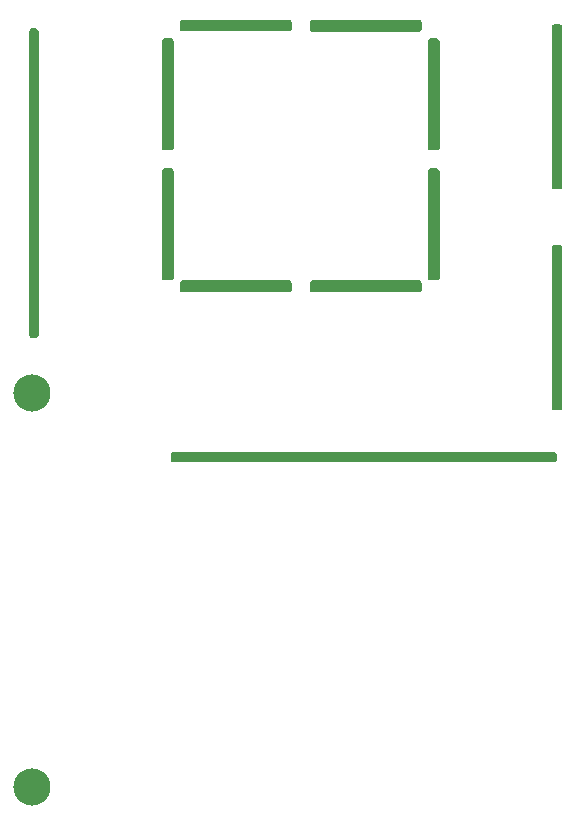
<source format=gbr>
%TF.GenerationSoftware,Altium Limited,Altium Designer,24.2.2 (26)*%
G04 Layer_Color=0*
%FSLAX45Y45*%
%MOMM*%
%TF.SameCoordinates,B61E387C-C652-4A73-A4A4-6DD95E315EF5*%
%TF.FilePolarity,Positive*%
%TF.FileFunction,NonPlated,1,6,NPTH,Drill*%
%TF.Part,Single*%
G01*
G75*
%TA.AperFunction,ComponentDrill*%
%ADD192C,3.15000*%
G36*
X3874600Y9640000D02*
Y12209200D01*
Y12214252D01*
X3878467Y12223588D01*
X3885612Y12230733D01*
X3894948Y12234600D01*
X3900000D01*
D01*
X3929200D01*
X3934252D01*
X3943588Y12230733D01*
X3950733Y12223588D01*
X3954600Y12214252D01*
Y12209200D01*
D01*
Y9640000D01*
Y9634947D01*
X3950733Y9625612D01*
X3943588Y9618467D01*
X3934252Y9614600D01*
X3929200D01*
D01*
X3900000D01*
X3894948D01*
X3885612Y9618467D01*
X3878467Y9625612D01*
X3874600Y9634947D01*
Y9640000D01*
D01*
D02*
G37*
G36*
X8301000Y10895830D02*
Y12244169D01*
Y12249222D01*
X8304867Y12258557D01*
X8312012Y12265702D01*
X8321348Y12269569D01*
X8326400D01*
D01*
X8364600D01*
X8369652D01*
X8378988Y12265702D01*
X8386133Y12258557D01*
X8390000Y12249222D01*
Y12244169D01*
D01*
Y10895830D01*
Y10890778D01*
X8386133Y10881442D01*
X8378988Y10874297D01*
X8369652Y10870430D01*
X8364600D01*
D01*
X8326400D01*
X8321348D01*
X8312012Y10874297D01*
X8304867Y10881442D01*
X8301000Y10890778D01*
Y10895830D01*
D01*
D02*
G37*
G36*
X6250000Y10025400D02*
Y10074600D01*
Y10079652D01*
X6253867Y10088988D01*
X6261012Y10096133D01*
X6270347Y10100000D01*
X6275400D01*
D01*
X7174600D01*
X7179652D01*
X7188988Y10096133D01*
X7196133Y10088988D01*
X7200000Y10079652D01*
Y10074600D01*
D01*
Y10025400D01*
Y10020347D01*
X7196133Y10011012D01*
X7188988Y10003867D01*
X7179652Y10000000D01*
X7174600D01*
D01*
X6275400D01*
X6270347D01*
X6261012Y10003867D01*
X6253867Y10011012D01*
X6250000Y10020347D01*
Y10025400D01*
D01*
D02*
G37*
G36*
X5150000D02*
Y10074600D01*
Y10079652D01*
X5153867Y10088988D01*
X5161012Y10096133D01*
X5170348Y10100000D01*
X5175400D01*
D01*
X6074600D01*
X6079652D01*
X6088988Y10096133D01*
X6096133Y10088988D01*
X6100000Y10079652D01*
Y10074600D01*
D01*
Y10025400D01*
Y10020347D01*
X6096133Y10011012D01*
X6088988Y10003867D01*
X6079652Y10000000D01*
X6074600D01*
D01*
X5175400D01*
X5170348D01*
X5161012Y10003867D01*
X5153867Y10011012D01*
X5150000Y10020347D01*
Y10025400D01*
D01*
D02*
G37*
G36*
X7275400Y10100000D02*
X7270347D01*
X7261012Y10103867D01*
X7253867Y10111012D01*
X7250000Y10120348D01*
Y10125400D01*
D01*
Y11024600D01*
Y11029652D01*
X7253867Y11038988D01*
X7261012Y11046133D01*
X7270347Y11050000D01*
X7275400D01*
D01*
X7324600D01*
X7329652D01*
X7338988Y11046133D01*
X7346133Y11038988D01*
X7350000Y11029652D01*
Y11024600D01*
D01*
Y10125400D01*
Y10120348D01*
X7346133Y10111012D01*
X7338988Y10103867D01*
X7329652Y10100000D01*
X7324600D01*
D01*
X7275400D01*
D02*
G37*
G36*
X7250000Y11225400D02*
Y12124600D01*
Y12129652D01*
X7253867Y12138988D01*
X7261012Y12146133D01*
X7270347Y12150000D01*
X7275400D01*
D01*
X7324600D01*
X7329652D01*
X7338988Y12146133D01*
X7346133Y12138988D01*
X7350000Y12129652D01*
Y12124600D01*
D01*
Y11225400D01*
Y11220347D01*
X7346133Y11211012D01*
X7338988Y11203867D01*
X7329652Y11200000D01*
X7324600D01*
D01*
X7275400D01*
X7270347D01*
X7261012Y11203867D01*
X7253867Y11211012D01*
X7250000Y11220347D01*
Y11225400D01*
D01*
D02*
G37*
G36*
X6275400Y12207000D02*
X6270348D01*
X6261012Y12210867D01*
X6253867Y12218012D01*
X6250000Y12227347D01*
Y12232400D01*
D01*
Y12281600D01*
Y12286652D01*
X6253867Y12295988D01*
X6261012Y12303133D01*
X6270348Y12307000D01*
X6275400D01*
D01*
X7174600D01*
X7179652D01*
X7188988Y12303133D01*
X7196133Y12295988D01*
X7200000Y12286652D01*
Y12281600D01*
D01*
Y12232400D01*
Y12227347D01*
X7196133Y12218012D01*
X7188988Y12210867D01*
X7179652Y12207000D01*
X7174600D01*
D01*
X6275400D01*
D02*
G37*
G36*
X5150000Y12233400D02*
Y12282600D01*
Y12287652D01*
X5153867Y12296988D01*
X5161012Y12304133D01*
X5170348Y12308000D01*
X5175400D01*
D01*
X6074600D01*
X6079652D01*
X6088988Y12304133D01*
X6096133Y12296988D01*
X6100000Y12287652D01*
Y12282600D01*
D01*
Y12233400D01*
Y12228347D01*
X6096133Y12219012D01*
X6088988Y12211867D01*
X6079652Y12208000D01*
X6074600D01*
D01*
X5175400D01*
X5170348D01*
X5161012Y12211867D01*
X5153867Y12219012D01*
X5150000Y12228347D01*
Y12233400D01*
D01*
D02*
G37*
G36*
X5000000Y11225400D02*
Y12124600D01*
Y12129652D01*
X5003867Y12138988D01*
X5011012Y12146133D01*
X5020347Y12150000D01*
X5025400D01*
D01*
X5074600D01*
X5079652D01*
X5088988Y12146133D01*
X5096133Y12138988D01*
X5100000Y12129652D01*
Y12124600D01*
D01*
Y11225400D01*
Y11220348D01*
X5096133Y11211012D01*
X5088988Y11203867D01*
X5079652Y11200000D01*
X5074600D01*
D01*
X5025400D01*
X5020347D01*
X5011012Y11203867D01*
X5003867Y11211012D01*
X5000000Y11220348D01*
Y11225400D01*
D01*
D02*
G37*
G36*
X5025400Y10100000D02*
X5074600D01*
X5079652D01*
X5088988Y10103867D01*
X5096133Y10111012D01*
X5100000Y10120348D01*
Y10125400D01*
D01*
Y11024600D01*
Y11029653D01*
X5096133Y11038988D01*
X5088988Y11046133D01*
X5079652Y11050000D01*
X5074600D01*
D01*
X5025400D01*
X5020347D01*
X5011012Y11046133D01*
X5003867Y11038988D01*
X5000000Y11029653D01*
Y11024600D01*
D01*
Y10125400D01*
Y10120348D01*
X5003867Y10111012D01*
X5011012Y10103867D01*
X5020347Y10100000D01*
X5025400D01*
D01*
D02*
G37*
G36*
X8300000Y9025831D02*
Y10374169D01*
Y10379222D01*
X8303867Y10388557D01*
X8311012Y10395702D01*
X8320347Y10399569D01*
X8325400D01*
D01*
X8363599D01*
X8368652D01*
X8377987Y10395702D01*
X8385132Y10388557D01*
X8388999Y10379222D01*
Y10374169D01*
D01*
Y9025831D01*
Y9020778D01*
X8385132Y9011442D01*
X8377987Y9004297D01*
X8368652Y9000431D01*
X8363599D01*
D01*
X8325400D01*
X8320347D01*
X8311012Y9004297D01*
X8303867Y9011442D01*
X8300000Y9020778D01*
Y9025831D01*
D01*
D02*
G37*
G36*
X5098800Y8561000D02*
X5093747D01*
X5084412Y8564867D01*
X5077267Y8572012D01*
X5073400Y8581347D01*
Y8586400D01*
D01*
Y8624600D01*
Y8629652D01*
X5077267Y8638988D01*
X5084412Y8646133D01*
X5093747Y8650000D01*
X5098800D01*
D01*
X8315600D01*
X8320652D01*
X8329988Y8646133D01*
X8337133Y8638988D01*
X8341000Y8629652D01*
Y8624600D01*
D01*
Y8586400D01*
Y8581347D01*
X8337133Y8572012D01*
X8329988Y8564867D01*
X8320652Y8561000D01*
X8315600D01*
D01*
X5098800D01*
D02*
G37*
D192*
X3902000Y9145000D02*
D03*
Y5813000D02*
D03*
%TF.MD5,d2b2f1e1a687eacb3e35f3287d05116b*%
M02*

</source>
